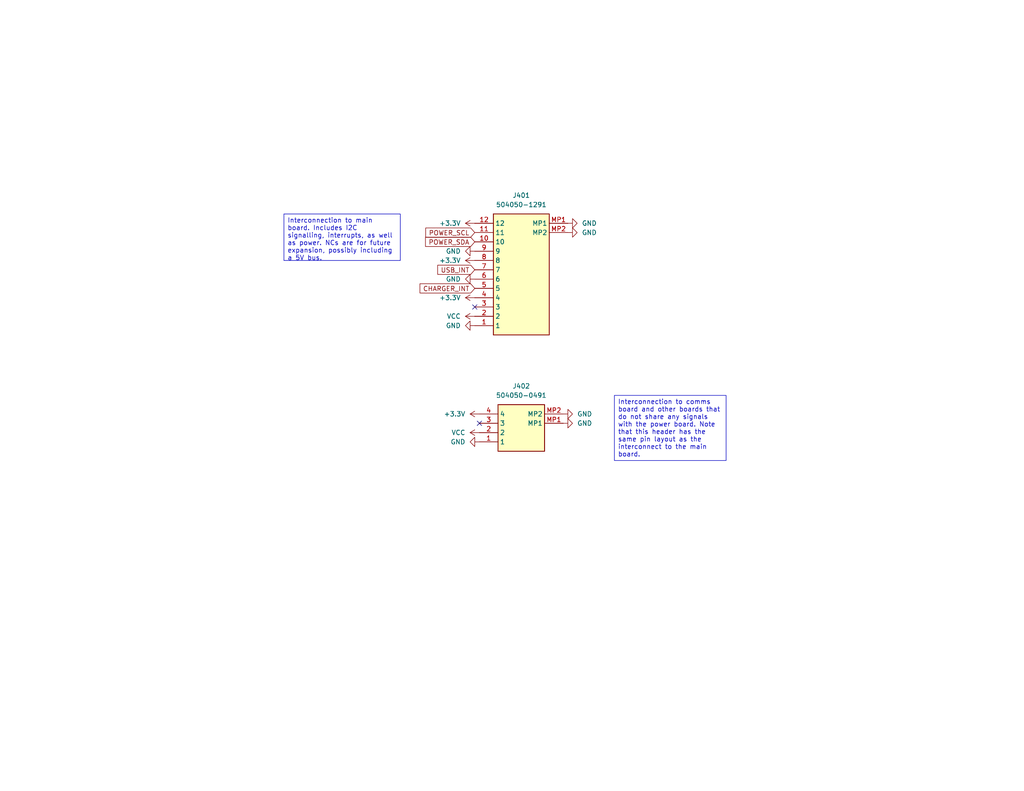
<source format=kicad_sch>
(kicad_sch (version 20230121) (generator eeschema)
  (paper "USLetter")
  (lib_symbols
    (symbol "Molex 504050-0491:504050-0491"
      (property "Reference" "J" (at 19.05 7.62 0))
      (property "Value" "504050-0491" (at 19.05 5.08 0))
      (symbol "504050-0491_1_1"
        (rectangle (start 5.08 2.54) (end 17.78 -10.16) (stroke (width 0.254)) (fill (type background)))
        (pin passive line (at 0 -7.62 0) (length 5.08) (name "1") (number "1"))
        (pin passive line (at 0 -5.08 0) (length 5.08) (name "2") (number "2"))
        (pin passive line (at 0 -2.54 0) (length 5.08) (name "3") (number "3"))
        (pin passive line (at 0 0 0) (length 5.08) (name "4") (number "4"))
        (pin passive line (at 22.86 -2.54 180) (length 5.08) (name "MP1") (number "MP1"))
        (pin passive line (at 22.86 0 180) (length 5.08) (name "MP2") (number "MP2"))
      )
    )
    (symbol "Molex 504050-1291:504050-1291"
      (property "Reference" "J" (at 21.59 7.62 0))
      (property "Value" "504050-1291" (at 21.59 5.08 0))
      (symbol "504050-1291_1_1"
        (rectangle (start 5.08 2.54) (end 20.32 -30.48) (stroke (width 0.254)) (fill (type background)))
        (pin passive line (at 0 -27.94 0) (length 5.08) (name "1") (number "1"))
        (pin passive line (at 0 -5.08 0) (length 5.08) (name "10") (number "10"))
        (pin passive line (at 0 -2.54 0) (length 5.08) (name "11") (number "11"))
        (pin passive line (at 0 0 0) (length 5.08) (name "12") (number "12"))
        (pin passive line (at 0 -25.4 0) (length 5.08) (name "2") (number "2"))
        (pin passive line (at 0 -22.86 0) (length 5.08) (name "3") (number "3"))
        (pin passive line (at 0 -20.32 0) (length 5.08) (name "4") (number "4"))
        (pin passive line (at 0 -17.78 0) (length 5.08) (name "5") (number "5"))
        (pin passive line (at 0 -15.24 0) (length 5.08) (name "6") (number "6"))
        (pin passive line (at 0 -12.7 0) (length 5.08) (name "7") (number "7"))
        (pin passive line (at 0 -10.16 0) (length 5.08) (name "8") (number "8"))
        (pin passive line (at 0 -7.62 0) (length 5.08) (name "9") (number "9"))
        (pin passive line (at 25.4 0 180) (length 5.08) (name "MP1") (number "MP1"))
        (pin passive line (at 25.4 -2.54 180) (length 5.08) (name "MP2") (number "MP2"))
      )
    )
    (symbol "power:+3.3V" (power) (pin_names (offset 0))
      (property "Value" "+3.3V" (at 0 3.556 0))
      (symbol "+3.3V_0_1"
        (polyline (pts (xy -0.762 1.27) (xy 0 2.54)))
        (polyline (pts (xy 0 0) (xy 0 2.54)))
        (polyline (pts (xy 0 2.54) (xy 0.762 1.27)))
      )
      (symbol "+3.3V_1_1"
        (pin power_in line (at 0 0 90) (length 0) hide (name "+3.3V") (number "1"))
      )
    )
    (symbol "power:GND" (power) (pin_names (offset 0))
      (property "Value" "GND" (at 0 -3.81 0))
      (symbol "GND_0_1"
        (polyline (pts (xy 0 0) (xy 0 -1.27) (xy 1.27 -1.27) (xy 0 -2.54) (xy -1.27 -1.27) (xy 0 -1.27)))
      )
      (symbol "GND_1_1"
        (pin power_in line (at 0 0 270) (length 0) hide (name "GND") (number "1"))
      )
    )
    (symbol "power:VCC" (power) (pin_names (offset 0))
      (property "Value" "VCC" (at 0 3.81 0))
      (symbol "VCC_0_1"
        (polyline (pts (xy -0.762 1.27) (xy 0 2.54)))
        (polyline (pts (xy 0 0) (xy 0 2.54)))
        (polyline (pts (xy 0 2.54) (xy 0.762 1.27)))
      )
      (symbol "VCC_1_1"
        (pin power_in line (at 0 0 90) (length 0) hide (name "VCC") (number "1"))
      )
    )
  )
  (no_connect (at 129.54 83.82))
  (no_connect (at 130.81 115.57))
  (text_box "Interconnection to main board. Includes I2C signalling, interrupts, as well as power. NCs are for future expansion, possibly including a 5V bus." (at 77.47 58.42 0) (size 31.75 12.7) (effects (font (size 1.27 1.27)) (justify left top)))
  (text_box "Interconnection to comms board and other boards that do not share any signals with the power board. Note that this header has the same pin layout as the interconnect to the main board." (at 167.64 107.95 0) (size 30.48 17.78) (effects (font (size 1.27 1.27)) (justify left top)))
  (global_label "USB_INT" (shape input) (at 129.54 73.66 180) (property "Intersheetrefs" "${INTERSHEET_REFS}" (effects hide)))
  (global_label "POWER_SDA" (shape input) (at 129.54 66.04 180) (property "Intersheetrefs" "${INTERSHEET_REFS}" (effects hide)))
  (global_label "POWER_SCL" (shape input) (at 129.54 63.5 180) (property "Intersheetrefs" "${INTERSHEET_REFS}" (effects hide)))
  (global_label "CHARGER_INT" (shape input) (at 129.54 78.74 180) (property "Intersheetrefs" "${INTERSHEET_REFS}" (effects hide)))
  (symbol (lib_id "Molex 504050-1291:504050-1291") (at 129.54 60.96 0) (unit 1)
    (property "Reference" "J401" (at 142.24 53.34 0))
    (property "Value" "504050-1291" (at 142.24 55.88 0))
    (property "Footprint" "footprints:5040501291" (effects hide))
    (property "Height" "2.15" (effects hide))
    (property "Manufacturer_Name" "Molex" (effects hide))
    (property "Manufacturer_Part_Number" "504050-1291" (effects hide))
    (property "Mouser Part Number" "538-504050-1291" (effects hide))
    (property "Mouser Price/Stock" "https://www.mouser.co.uk/ProductDetail/Molex/504050-1291?qs=IvkZ4pJZlB2rki3iIhyJgg%3D%3D" (effects hide))
    (property "MPN" "C563982" (effects hide))
    (property "Manufacturer" "MOLEX" (effects hide))
    (property "Manufacturer Part Number" "504050-1291" (effects hide))
    (property "Active" "Y" (effects hide))
  )
  (symbol (lib_id "power:GND") (at 154.94 60.96 90) (unit 1)
    (property "Reference" "#PWR0407" (effects hide))
    (property "Value" "GND" (at 158.75 60.96 90) (effects (justify right)))
  )
  (symbol (lib_id "power:GND") (at 154.94 63.5 90) (unit 1)
    (property "Reference" "#PWR0408" (effects hide))
    (property "Value" "GND" (at 158.75 63.5 90) (effects (justify right)))
  )
  (symbol (lib_id "power:GND") (at 129.54 68.58 270) (unit 1)
    (property "Reference" "#PWR0403" (effects hide))
    (property "Value" "GND" (at 125.73 68.58 90) (effects (justify right)))
  )
  (symbol (lib_id "power:VCC") (at 130.81 118.11 90) (unit 1)
    (property "Reference" "#PWR0410" (effects hide))
    (property "Value" "VCC" (at 127 118.11 90) (effects (justify left)))
  )
  (symbol (lib_id "power:GND") (at 153.67 113.03 90) (unit 1)
    (property "Reference" "#PWR0413" (effects hide))
    (property "Value" "GND" (at 157.48 113.03 90) (effects (justify right)))
  )
  (symbol (lib_id "power:VCC") (at 129.54 86.36 90) (unit 1)
    (property "Reference" "#PWR0409" (effects hide))
    (property "Value" "VCC" (at 125.73 86.36 90) (effects (justify left)))
  )
  (symbol (lib_id "Molex 504050-0491:504050-0491") (at 130.81 113.03 0) (unit 1)
    (property "Reference" "J402" (at 142.24 105.41 0))
    (property "Value" "504050-0491" (at 142.24 107.95 0))
    (property "Footprint" "footprints:5040500491" (effects hide))
    (property "Datasheet" "http://www.molex.com/pdm_docs/sd/5040500491_sd.pdf" (effects hide))
    (property "Height" "2.15" (effects hide))
    (property "Manufacturer_Name" "Molex" (effects hide))
    (property "Manufacturer_Part_Number" "504050-0491" (effects hide))
    (property "Mouser Part Number" "538-504050-0491" (effects hide))
    (property "Mouser Price/Stock" "https://www.mouser.co.uk/ProductDetail/Molex/504050-0491?qs=yXHQdf%252Bjwlut3yyE1%252ByhMA%3D%3D" (effects hide))
    (property "Active" "Y" (effects hide))
    (property "MPN" "C587992" (effects hide))
    (property "Manufacturer" "MOLEX" (effects hide))
    (property "Manufacturer Part Number" "504050-0491" (effects hide))
  )
  (symbol (lib_id "power:GND") (at 129.54 76.2 270) (unit 1)
    (property "Reference" "#PWR0401" (effects hide))
    (property "Value" "GND" (at 125.73 76.2 90) (effects (justify right)))
  )
  (symbol (lib_id "power:GND") (at 129.54 88.9 270) (unit 1)
    (property "Reference" "#PWR0406" (effects hide))
    (property "Value" "GND" (at 125.73 88.9 90) (effects (justify right)))
  )
  (symbol (lib_id "power:GND") (at 153.67 115.57 90) (unit 1)
    (property "Reference" "#PWR0414" (effects hide))
    (property "Value" "GND" (at 157.48 115.57 90) (effects (justify right)))
  )
  (symbol (lib_id "power:+3.3V") (at 130.81 113.03 90) (unit 1)
    (property "Reference" "#PWR0412" (effects hide))
    (property "Value" "+3.3V" (at 127 113.03 90) (effects (justify left)))
  )
  (symbol (lib_id "power:GND") (at 130.81 120.65 270) (unit 1)
    (property "Reference" "#PWR0411" (effects hide))
    (property "Value" "GND" (at 127 120.65 90) (effects (justify right)))
  )
  (symbol (lib_id "power:+3.3V") (at 129.54 71.12 90) (unit 1)
    (property "Reference" "#PWR0404" (effects hide))
    (property "Value" "+3.3V" (at 125.73 71.12 90) (effects (justify left)))
  )
  (symbol (lib_id "power:+3.3V") (at 129.54 81.28 90) (unit 1)
    (property "Reference" "#PWR0405" (effects hide))
    (property "Value" "+3.3V" (at 125.73 81.28 90) (effects (justify left)))
  )
  (symbol (lib_id "power:+3.3V") (at 129.54 60.96 90) (unit 1)
    (property "Reference" "#PWR0402" (effects hide))
    (property "Value" "+3.3V" (at 125.73 60.96 90) (effects (justify left)))
  )
)
</source>
